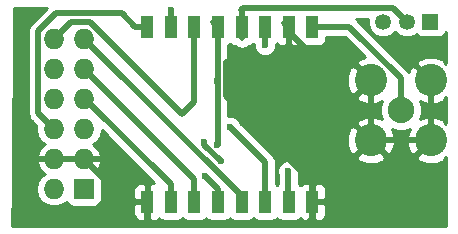
<source format=gtl>
%TF.GenerationSoftware,KiCad,Pcbnew,5.0.1+dfsg1-3~bpo9+1*%
%TF.CreationDate,2018-11-26T19:46:47+01:00*%
%TF.ProjectId,LoRa_PMOD,4C6F52615F504D4F442E6B696361645F,rev?*%
%TF.SameCoordinates,Original*%
%TF.FileFunction,Copper,L1,Top,Signal*%
%TF.FilePolarity,Positive*%
%FSLAX46Y46*%
G04 Gerber Fmt 4.6, Leading zero omitted, Abs format (unit mm)*
G04 Created by KiCad (PCBNEW 5.0.1+dfsg1-3~bpo9+1) date Mon 26 Nov 2018 07:46:47 PM CET*
%MOMM*%
%LPD*%
G01*
G04 APERTURE LIST*
%TA.AperFunction,SMDPad,CuDef*%
%ADD10R,1.050000X1.950000*%
%TD*%
%TA.AperFunction,ComponentPad*%
%ADD11C,2.740000*%
%TD*%
%TA.AperFunction,ComponentPad*%
%ADD12C,2.240000*%
%TD*%
%TA.AperFunction,ComponentPad*%
%ADD13R,1.727200X1.727200*%
%TD*%
%TA.AperFunction,ComponentPad*%
%ADD14O,1.727200X1.727200*%
%TD*%
%TA.AperFunction,ComponentPad*%
%ADD15R,1.350000X1.350000*%
%TD*%
%TA.AperFunction,ComponentPad*%
%ADD16C,1.350000*%
%TD*%
%TA.AperFunction,ViaPad*%
%ADD17C,0.600000*%
%TD*%
%TA.AperFunction,Conductor*%
%ADD18C,0.500000*%
%TD*%
%TA.AperFunction,Conductor*%
%ADD19C,0.250000*%
%TD*%
%TA.AperFunction,Conductor*%
%ADD20C,0.254000*%
%TD*%
G04 APERTURE END LIST*
D10*
%TO.P,U1,1*%
%TO.N,GND*%
X106020000Y-118240000D03*
%TO.P,U1,2*%
%TO.N,MISO*%
X108020000Y-118240000D03*
%TO.P,U1,3*%
%TO.N,MOSI*%
X110020000Y-118240000D03*
%TO.P,U1,4*%
%TO.N,SCK*%
X112020000Y-118240000D03*
%TO.P,U1,5*%
%TO.N,CS*%
X114020000Y-118240000D03*
%TO.P,U1,6*%
%TO.N,RESET*%
X116020000Y-118240000D03*
%TO.P,U1,7*%
%TO.N,DIO5*%
X118020000Y-118240000D03*
%TO.P,U1,8*%
%TO.N,GND*%
X120020000Y-118240000D03*
%TO.P,U1,9*%
%TO.N,ANT*%
X120020000Y-103440000D03*
%TO.P,U1,10*%
%TO.N,GND*%
X118020000Y-103440000D03*
%TO.P,U1,11*%
%TO.N,DIO3*%
X116020000Y-103440000D03*
%TO.P,U1,12*%
%TO.N,DIO4*%
X114020000Y-103440000D03*
%TO.P,U1,13*%
%TO.N,VCC*%
X112020000Y-103440000D03*
%TO.P,U1,14*%
%TO.N,DIO0*%
X110020000Y-103440000D03*
%TO.P,U1,15*%
%TO.N,DIO1*%
X108020000Y-103440000D03*
%TO.P,U1,16*%
%TO.N,DIO2*%
X106020000Y-103440000D03*
%TD*%
D11*
%TO.P,AE1,2*%
%TO.N,GND*%
X124960000Y-113040000D03*
X130040000Y-113040000D03*
X130040000Y-107960000D03*
X124960000Y-107960000D03*
D12*
%TO.P,AE1,1*%
%TO.N,ANT*%
X127500000Y-110500000D03*
%TD*%
D13*
%TO.P,P1,1*%
%TO.N,VCC*%
X100665000Y-117145000D03*
D14*
%TO.P,P1,2*%
X98125000Y-117145000D03*
%TO.P,P1,3*%
%TO.N,GND*%
X100665000Y-114605000D03*
%TO.P,P1,4*%
X98125000Y-114605000D03*
%TO.P,P1,5*%
%TO.N,SCK*%
X100665000Y-112065000D03*
%TO.P,P1,6*%
%TO.N,DIO2*%
X98125000Y-112065000D03*
%TO.P,P1,7*%
%TO.N,MISO*%
X100665000Y-109525000D03*
%TO.P,P1,8*%
%TO.N,DIO1*%
X98125000Y-109525000D03*
%TO.P,P1,9*%
%TO.N,MOSI*%
X100665000Y-106985000D03*
%TO.P,P1,10*%
%TO.N,RESET*%
X98125000Y-106985000D03*
%TO.P,P1,11*%
%TO.N,CS*%
X100665000Y-104445000D03*
%TO.P,P1,12*%
%TO.N,DIO0*%
X98125000Y-104445000D03*
%TD*%
D15*
%TO.P,P2,1*%
%TO.N,DIO5*%
X130000000Y-103000000D03*
D16*
%TO.P,P2,2*%
%TO.N,DIO4*%
X128000000Y-103000000D03*
%TO.P,P2,3*%
%TO.N,DIO3*%
X126000000Y-103000000D03*
%TD*%
D17*
%TO.N,VCC*%
X111975000Y-113450000D03*
X111970010Y-108000000D03*
%TO.N,GND*%
X115000000Y-108000000D03*
%TO.N,SCK*%
X110900000Y-116075000D03*
X112250000Y-114825000D03*
X110875000Y-113225000D03*
%TO.N,RESET*%
X113075000Y-111950000D03*
%TO.N,DIO1*%
X108000000Y-102000000D03*
%TO.N,DIO5*%
X117975000Y-115650000D03*
%TO.N,DIO3*%
X116000000Y-105000000D03*
%TD*%
D18*
%TO.N,VCC*%
X112020000Y-103440000D02*
X112020000Y-113405000D01*
X112020000Y-113405000D02*
X111975000Y-113450000D01*
X112020000Y-102990000D02*
X112020000Y-103440000D01*
X112020000Y-104216400D02*
X112020000Y-103440000D01*
X112000000Y-103460000D02*
X112020000Y-103440000D01*
X111580000Y-103000000D02*
X112020000Y-103440000D01*
X112020000Y-103980000D02*
X112020000Y-103440000D01*
%TO.N,GND*%
X106020000Y-118240000D02*
X106020000Y-119715000D01*
X106020000Y-119715000D02*
X106555000Y-120250000D01*
X106555000Y-120250000D02*
X119500000Y-120250000D01*
X119500000Y-120250000D02*
X120020000Y-119730000D01*
X120020000Y-119730000D02*
X120020000Y-118240000D01*
X120720001Y-106590001D02*
X120580000Y-106450000D01*
X120580000Y-106450000D02*
X118020000Y-103890000D01*
X112720010Y-106404990D02*
X112765020Y-106450000D01*
X112720010Y-109285008D02*
X112720010Y-106404990D01*
X120020000Y-118240000D02*
X120020000Y-116584998D01*
X120020000Y-116584998D02*
X112720010Y-109285008D01*
X124960000Y-107960000D02*
X123590001Y-106590001D01*
X123590001Y-106590001D02*
X120720001Y-106590001D01*
X118020000Y-103890000D02*
X118020000Y-103440000D01*
X120020000Y-118240000D02*
X120020000Y-118690000D01*
X106020000Y-118690000D02*
X106020000Y-118240000D01*
X100665000Y-114605000D02*
X98125000Y-114605000D01*
X106020000Y-118240000D02*
X104300000Y-118240000D01*
X104300000Y-118240000D02*
X100665000Y-114605000D01*
X120020000Y-118240000D02*
X120020000Y-117790000D01*
X124770000Y-113040000D02*
X124960000Y-113040000D01*
X124960000Y-107960000D02*
X124960000Y-113040000D01*
X106020000Y-118240000D02*
X106020000Y-117790000D01*
X130040000Y-113040000D02*
X130040000Y-111102528D01*
X130040000Y-111102528D02*
X130040000Y-107960000D01*
X124960000Y-113040000D02*
X130040000Y-113040000D01*
X117650000Y-103070000D02*
X118020000Y-103440000D01*
X116550000Y-106450000D02*
X117000000Y-106450000D01*
X115000000Y-108000000D02*
X116550000Y-106450000D01*
X112765020Y-106450000D02*
X117000000Y-106450000D01*
X117000000Y-106450000D02*
X120580000Y-106450000D01*
%TO.N,CS*%
X114020000Y-118240000D02*
X114020000Y-117790000D01*
X114020000Y-117790000D02*
X100675000Y-104445000D01*
X100675000Y-104445000D02*
X100665000Y-104445000D01*
X114020000Y-118240000D02*
X114020000Y-117700000D01*
%TO.N,MOSI*%
X110020000Y-118240000D02*
X110020000Y-116340000D01*
X110020000Y-116340000D02*
X100665000Y-106985000D01*
X110000000Y-118220000D02*
X110020000Y-118240000D01*
X110020000Y-118240000D02*
X110020000Y-117790000D01*
D19*
X110020000Y-118240000D02*
X110020000Y-118690000D01*
D18*
%TO.N,MISO*%
X108020000Y-118240000D02*
X108020000Y-116765000D01*
X108020000Y-116765000D02*
X100780000Y-109525000D01*
X100780000Y-109525000D02*
X100665000Y-109525000D01*
X108020000Y-118240000D02*
X108020000Y-118550002D01*
X108020000Y-118240000D02*
X108020000Y-117790000D01*
X108020000Y-118240000D02*
X108020000Y-118690000D01*
%TO.N,SCK*%
X110900000Y-116075000D02*
X112020000Y-117195000D01*
X112020000Y-117195000D02*
X112020000Y-118240000D01*
X110875000Y-113225000D02*
X110875000Y-113450000D01*
X110875000Y-113450000D02*
X112250000Y-114825000D01*
X112020000Y-118240000D02*
X112020000Y-117790000D01*
%TO.N,DIO0*%
X98100000Y-104420000D02*
X98125000Y-104445000D01*
X110020000Y-103440000D02*
X110020000Y-102990000D01*
D19*
X110020000Y-103440000D02*
X110020000Y-103890000D01*
X110020000Y-103890000D02*
X110000000Y-103910000D01*
D18*
X101164130Y-103000000D02*
X109000000Y-110835870D01*
X98125000Y-104445000D02*
X99570000Y-103000000D01*
X99570000Y-103000000D02*
X101164130Y-103000000D01*
X110020000Y-109815870D02*
X110020000Y-103440000D01*
X109000000Y-110835870D02*
X110020000Y-109815870D01*
%TO.N,RESET*%
X116020000Y-118240000D02*
X116020000Y-114895000D01*
X116020000Y-114895000D02*
X113075000Y-111950000D01*
D19*
X116020000Y-117790000D02*
X116020000Y-118240000D01*
D18*
%TO.N,DIO1*%
X107867831Y-103592169D02*
X108020000Y-103440000D01*
X108020000Y-103440000D02*
X108020000Y-102990000D01*
D19*
X108020000Y-103440000D02*
X108020000Y-103890000D01*
X108020000Y-103890000D02*
X108000000Y-103910000D01*
D18*
X108000000Y-103420000D02*
X108020000Y-103440000D01*
X108000000Y-102000000D02*
X108000000Y-103420000D01*
D19*
%TO.N,DIO2*%
X106020000Y-103440000D02*
X106020000Y-103890000D01*
D18*
X97261401Y-111201401D02*
X98125000Y-112065000D01*
X96811399Y-110751399D02*
X97261401Y-111201401D01*
X96811399Y-103814471D02*
X96811399Y-110751399D01*
X98325880Y-102299990D02*
X96811399Y-103814471D01*
X103854990Y-102299990D02*
X98325880Y-102299990D01*
X104995000Y-103440000D02*
X103854990Y-102299990D01*
X106020000Y-103440000D02*
X104995000Y-103440000D01*
%TO.N,ANT*%
X120020000Y-103440000D02*
X123133602Y-103440000D01*
X123133602Y-103440000D02*
X127500000Y-107806398D01*
X127500000Y-107806398D02*
X127500000Y-108916081D01*
X127500000Y-108916081D02*
X127500000Y-110500000D01*
X120190000Y-103270000D02*
X120020000Y-103440000D01*
%TO.N,DIO5*%
X117975000Y-115650000D02*
X117975000Y-118195000D01*
X117975000Y-118195000D02*
X118020000Y-118240000D01*
X118000000Y-118220000D02*
X118020000Y-118240000D01*
X118020000Y-117790000D02*
X118020000Y-118240000D01*
%TO.N,DIO4*%
X114020000Y-104376000D02*
X114020000Y-103440000D01*
X114125001Y-101874999D02*
X114000000Y-102000000D01*
X128000000Y-103000000D02*
X126874999Y-101874999D01*
X126874999Y-101874999D02*
X114125001Y-101874999D01*
X114020000Y-101965000D02*
X114020000Y-103440000D01*
X114110001Y-101874999D02*
X114020000Y-101965000D01*
X114125001Y-101874999D02*
X114110001Y-101874999D01*
%TO.N,DIO3*%
X116020000Y-103890000D02*
X116020000Y-103440000D01*
X116000000Y-103460000D02*
X116020000Y-103440000D01*
X116000000Y-105000000D02*
X116000000Y-103460000D01*
%TD*%
D20*
%TO.N,GND*%
G36*
X96247246Y-103127046D02*
X96173350Y-103176422D01*
X95977747Y-103469162D01*
X95926399Y-103727307D01*
X95926399Y-103727310D01*
X95909062Y-103814471D01*
X95926399Y-103901632D01*
X95926400Y-110664234D01*
X95909062Y-110751399D01*
X95977747Y-111096708D01*
X96123975Y-111315553D01*
X96123977Y-111315555D01*
X96173351Y-111389448D01*
X96247244Y-111438822D01*
X96642896Y-111834474D01*
X96597041Y-112065000D01*
X96713350Y-112649725D01*
X97044570Y-113145430D01*
X97346021Y-113346854D01*
X97236510Y-113398179D01*
X96842312Y-113830053D01*
X96670042Y-114245974D01*
X96791183Y-114478000D01*
X97998000Y-114478000D01*
X97998000Y-114458000D01*
X98252000Y-114458000D01*
X98252000Y-114478000D01*
X100538000Y-114478000D01*
X100538000Y-114458000D01*
X100792000Y-114458000D01*
X100792000Y-114478000D01*
X101998817Y-114478000D01*
X102119958Y-114245974D01*
X101947688Y-113830053D01*
X101553490Y-113398179D01*
X101443979Y-113346854D01*
X101745430Y-113145430D01*
X102076650Y-112649725D01*
X102172297Y-112168875D01*
X106633421Y-116630000D01*
X106305750Y-116630000D01*
X106147000Y-116788750D01*
X106147000Y-118113000D01*
X106167000Y-118113000D01*
X106167000Y-118367000D01*
X106147000Y-118367000D01*
X106147000Y-119691250D01*
X106305750Y-119850000D01*
X106671310Y-119850000D01*
X106904699Y-119753327D01*
X107016373Y-119641653D01*
X107037191Y-119672809D01*
X107247235Y-119813157D01*
X107495000Y-119862440D01*
X108545000Y-119862440D01*
X108792765Y-119813157D01*
X109002809Y-119672809D01*
X109020000Y-119647081D01*
X109037191Y-119672809D01*
X109247235Y-119813157D01*
X109495000Y-119862440D01*
X110545000Y-119862440D01*
X110792765Y-119813157D01*
X111002809Y-119672809D01*
X111020000Y-119647081D01*
X111037191Y-119672809D01*
X111247235Y-119813157D01*
X111495000Y-119862440D01*
X112545000Y-119862440D01*
X112792765Y-119813157D01*
X113002809Y-119672809D01*
X113020000Y-119647081D01*
X113037191Y-119672809D01*
X113247235Y-119813157D01*
X113495000Y-119862440D01*
X114545000Y-119862440D01*
X114792765Y-119813157D01*
X115002809Y-119672809D01*
X115020000Y-119647081D01*
X115037191Y-119672809D01*
X115247235Y-119813157D01*
X115495000Y-119862440D01*
X116545000Y-119862440D01*
X116792765Y-119813157D01*
X117002809Y-119672809D01*
X117020000Y-119647081D01*
X117037191Y-119672809D01*
X117247235Y-119813157D01*
X117495000Y-119862440D01*
X118545000Y-119862440D01*
X118792765Y-119813157D01*
X119002809Y-119672809D01*
X119023627Y-119641653D01*
X119135301Y-119753327D01*
X119368690Y-119850000D01*
X119734250Y-119850000D01*
X119893000Y-119691250D01*
X119893000Y-118367000D01*
X120147000Y-118367000D01*
X120147000Y-119691250D01*
X120305750Y-119850000D01*
X120671310Y-119850000D01*
X120904699Y-119753327D01*
X121083327Y-119574698D01*
X121180000Y-119341309D01*
X121180000Y-118525750D01*
X121021250Y-118367000D01*
X120147000Y-118367000D01*
X119893000Y-118367000D01*
X119873000Y-118367000D01*
X119873000Y-118113000D01*
X119893000Y-118113000D01*
X119893000Y-116788750D01*
X120147000Y-116788750D01*
X120147000Y-118113000D01*
X121021250Y-118113000D01*
X121180000Y-117954250D01*
X121180000Y-117138691D01*
X121083327Y-116905302D01*
X120904699Y-116726673D01*
X120671310Y-116630000D01*
X120305750Y-116630000D01*
X120147000Y-116788750D01*
X119893000Y-116788750D01*
X119734250Y-116630000D01*
X119368690Y-116630000D01*
X119135301Y-116726673D01*
X119023627Y-116838347D01*
X119002809Y-116807191D01*
X118860000Y-116711768D01*
X118860000Y-115956694D01*
X118910000Y-115835983D01*
X118910000Y-115464017D01*
X118767655Y-115120365D01*
X118504635Y-114857345D01*
X118160983Y-114715000D01*
X117789017Y-114715000D01*
X117445365Y-114857345D01*
X117182345Y-115120365D01*
X117040000Y-115464017D01*
X117040000Y-115835983D01*
X117090000Y-115956694D01*
X117090000Y-116771905D01*
X117037191Y-116807191D01*
X117020000Y-116832919D01*
X117002809Y-116807191D01*
X116905000Y-116741837D01*
X116905000Y-114982161D01*
X116922337Y-114895000D01*
X116905000Y-114807839D01*
X116905000Y-114807835D01*
X116853652Y-114549690D01*
X116805750Y-114478000D01*
X116793754Y-114460046D01*
X123719559Y-114460046D01*
X123863469Y-114765312D01*
X124607186Y-115053605D01*
X125404615Y-115035344D01*
X126056531Y-114765312D01*
X126200441Y-114460046D01*
X124960000Y-113219605D01*
X123719559Y-114460046D01*
X116793754Y-114460046D01*
X116707424Y-114330845D01*
X116707423Y-114330844D01*
X116658049Y-114256951D01*
X116584156Y-114207577D01*
X115063765Y-112687186D01*
X122946395Y-112687186D01*
X122964656Y-113484615D01*
X123234688Y-114136531D01*
X123539954Y-114280441D01*
X124780395Y-113040000D01*
X123539954Y-111799559D01*
X123234688Y-111943469D01*
X122946395Y-112687186D01*
X115063765Y-112687186D01*
X113917656Y-111541078D01*
X113867655Y-111420365D01*
X113604635Y-111157345D01*
X113260983Y-111015000D01*
X112905000Y-111015000D01*
X112905000Y-108186007D01*
X112905010Y-108185983D01*
X112905010Y-107814017D01*
X112905000Y-107813993D01*
X112905000Y-107607186D01*
X122946395Y-107607186D01*
X122964656Y-108404615D01*
X123234688Y-109056531D01*
X123539954Y-109200441D01*
X124780395Y-107960000D01*
X123539954Y-106719559D01*
X123234688Y-106863469D01*
X122946395Y-107607186D01*
X112905000Y-107607186D01*
X112905000Y-104938163D01*
X113002809Y-104872809D01*
X113020000Y-104847081D01*
X113037191Y-104872809D01*
X113247235Y-105013157D01*
X113437152Y-105050933D01*
X113674690Y-105209652D01*
X114020000Y-105278338D01*
X114365309Y-105209652D01*
X114602847Y-105050934D01*
X114792765Y-105013157D01*
X115002809Y-104872809D01*
X115020000Y-104847081D01*
X115037191Y-104872809D01*
X115065000Y-104891391D01*
X115065000Y-105185983D01*
X115207345Y-105529635D01*
X115470365Y-105792655D01*
X115814017Y-105935000D01*
X116185983Y-105935000D01*
X116529635Y-105792655D01*
X116792655Y-105529635D01*
X116935000Y-105185983D01*
X116935000Y-104918118D01*
X117002809Y-104872809D01*
X117023627Y-104841653D01*
X117135301Y-104953327D01*
X117368690Y-105050000D01*
X117734250Y-105050000D01*
X117893000Y-104891250D01*
X117893000Y-103567000D01*
X117873000Y-103567000D01*
X117873000Y-103313000D01*
X117893000Y-103313000D01*
X117893000Y-103293000D01*
X118147000Y-103293000D01*
X118147000Y-103313000D01*
X118167000Y-103313000D01*
X118167000Y-103567000D01*
X118147000Y-103567000D01*
X118147000Y-104891250D01*
X118305750Y-105050000D01*
X118671310Y-105050000D01*
X118904699Y-104953327D01*
X119016373Y-104841653D01*
X119037191Y-104872809D01*
X119247235Y-105013157D01*
X119495000Y-105062440D01*
X120545000Y-105062440D01*
X120792765Y-105013157D01*
X121002809Y-104872809D01*
X121143157Y-104662765D01*
X121192440Y-104415000D01*
X121192440Y-104325000D01*
X122767024Y-104325000D01*
X124438519Y-105996495D01*
X123863469Y-106234688D01*
X123719559Y-106539954D01*
X124960000Y-107780395D01*
X124974143Y-107766253D01*
X125153748Y-107945858D01*
X125139605Y-107960000D01*
X125153748Y-107974143D01*
X124974143Y-108153748D01*
X124960000Y-108139605D01*
X123719559Y-109380046D01*
X123863469Y-109685312D01*
X124607186Y-109973605D01*
X125404615Y-109955344D01*
X125913279Y-109744649D01*
X125745000Y-110150909D01*
X125745000Y-110849091D01*
X125915157Y-111259886D01*
X125312814Y-111026395D01*
X124515385Y-111044656D01*
X123863469Y-111314688D01*
X123719559Y-111619954D01*
X124960000Y-112860395D01*
X124974143Y-112846253D01*
X125153748Y-113025858D01*
X125139605Y-113040000D01*
X126380046Y-114280441D01*
X126685312Y-114136531D01*
X126973605Y-113392814D01*
X126955344Y-112595385D01*
X126744649Y-112086721D01*
X127150909Y-112255000D01*
X127849091Y-112255000D01*
X128259886Y-112084843D01*
X128026395Y-112687186D01*
X128044656Y-113484615D01*
X128314688Y-114136531D01*
X128619954Y-114280441D01*
X129860395Y-113040000D01*
X129846253Y-113025858D01*
X130025858Y-112846253D01*
X130040000Y-112860395D01*
X130054143Y-112846253D01*
X130233748Y-113025858D01*
X130219605Y-113040000D01*
X130233748Y-113054143D01*
X130054143Y-113233748D01*
X130040000Y-113219605D01*
X128799559Y-114460046D01*
X128943469Y-114765312D01*
X129687186Y-115053605D01*
X130484615Y-115035344D01*
X131136531Y-114765312D01*
X131280440Y-114460048D01*
X131290001Y-114469609D01*
X131290001Y-120290000D01*
X94613558Y-120290000D01*
X94629283Y-117145000D01*
X96597041Y-117145000D01*
X96713350Y-117729725D01*
X97044570Y-118225430D01*
X97540275Y-118556650D01*
X97977402Y-118643600D01*
X98272598Y-118643600D01*
X98709725Y-118556650D01*
X99198068Y-118230349D01*
X99203243Y-118256365D01*
X99343591Y-118466409D01*
X99553635Y-118606757D01*
X99801400Y-118656040D01*
X101528600Y-118656040D01*
X101776365Y-118606757D01*
X101897599Y-118525750D01*
X104860000Y-118525750D01*
X104860000Y-119341309D01*
X104956673Y-119574698D01*
X105135301Y-119753327D01*
X105368690Y-119850000D01*
X105734250Y-119850000D01*
X105893000Y-119691250D01*
X105893000Y-118367000D01*
X105018750Y-118367000D01*
X104860000Y-118525750D01*
X101897599Y-118525750D01*
X101986409Y-118466409D01*
X102126757Y-118256365D01*
X102176040Y-118008600D01*
X102176040Y-117138691D01*
X104860000Y-117138691D01*
X104860000Y-117954250D01*
X105018750Y-118113000D01*
X105893000Y-118113000D01*
X105893000Y-116788750D01*
X105734250Y-116630000D01*
X105368690Y-116630000D01*
X105135301Y-116726673D01*
X104956673Y-116905302D01*
X104860000Y-117138691D01*
X102176040Y-117138691D01*
X102176040Y-116281400D01*
X102126757Y-116033635D01*
X101986409Y-115823591D01*
X101776365Y-115683243D01*
X101687064Y-115665480D01*
X101947688Y-115379947D01*
X102119958Y-114964026D01*
X101998817Y-114732000D01*
X100792000Y-114732000D01*
X100792000Y-114752000D01*
X100538000Y-114752000D01*
X100538000Y-114732000D01*
X98252000Y-114732000D01*
X98252000Y-114752000D01*
X97998000Y-114752000D01*
X97998000Y-114732000D01*
X96791183Y-114732000D01*
X96670042Y-114964026D01*
X96842312Y-115379947D01*
X97236510Y-115811821D01*
X97346021Y-115863146D01*
X97044570Y-116064570D01*
X96713350Y-116560275D01*
X96597041Y-117145000D01*
X94629283Y-117145000D01*
X94705969Y-101807887D01*
X97573932Y-101800360D01*
X96247246Y-103127046D01*
X96247246Y-103127046D01*
G37*
X96247246Y-103127046D02*
X96173350Y-103176422D01*
X95977747Y-103469162D01*
X95926399Y-103727307D01*
X95926399Y-103727310D01*
X95909062Y-103814471D01*
X95926399Y-103901632D01*
X95926400Y-110664234D01*
X95909062Y-110751399D01*
X95977747Y-111096708D01*
X96123975Y-111315553D01*
X96123977Y-111315555D01*
X96173351Y-111389448D01*
X96247244Y-111438822D01*
X96642896Y-111834474D01*
X96597041Y-112065000D01*
X96713350Y-112649725D01*
X97044570Y-113145430D01*
X97346021Y-113346854D01*
X97236510Y-113398179D01*
X96842312Y-113830053D01*
X96670042Y-114245974D01*
X96791183Y-114478000D01*
X97998000Y-114478000D01*
X97998000Y-114458000D01*
X98252000Y-114458000D01*
X98252000Y-114478000D01*
X100538000Y-114478000D01*
X100538000Y-114458000D01*
X100792000Y-114458000D01*
X100792000Y-114478000D01*
X101998817Y-114478000D01*
X102119958Y-114245974D01*
X101947688Y-113830053D01*
X101553490Y-113398179D01*
X101443979Y-113346854D01*
X101745430Y-113145430D01*
X102076650Y-112649725D01*
X102172297Y-112168875D01*
X106633421Y-116630000D01*
X106305750Y-116630000D01*
X106147000Y-116788750D01*
X106147000Y-118113000D01*
X106167000Y-118113000D01*
X106167000Y-118367000D01*
X106147000Y-118367000D01*
X106147000Y-119691250D01*
X106305750Y-119850000D01*
X106671310Y-119850000D01*
X106904699Y-119753327D01*
X107016373Y-119641653D01*
X107037191Y-119672809D01*
X107247235Y-119813157D01*
X107495000Y-119862440D01*
X108545000Y-119862440D01*
X108792765Y-119813157D01*
X109002809Y-119672809D01*
X109020000Y-119647081D01*
X109037191Y-119672809D01*
X109247235Y-119813157D01*
X109495000Y-119862440D01*
X110545000Y-119862440D01*
X110792765Y-119813157D01*
X111002809Y-119672809D01*
X111020000Y-119647081D01*
X111037191Y-119672809D01*
X111247235Y-119813157D01*
X111495000Y-119862440D01*
X112545000Y-119862440D01*
X112792765Y-119813157D01*
X113002809Y-119672809D01*
X113020000Y-119647081D01*
X113037191Y-119672809D01*
X113247235Y-119813157D01*
X113495000Y-119862440D01*
X114545000Y-119862440D01*
X114792765Y-119813157D01*
X115002809Y-119672809D01*
X115020000Y-119647081D01*
X115037191Y-119672809D01*
X115247235Y-119813157D01*
X115495000Y-119862440D01*
X116545000Y-119862440D01*
X116792765Y-119813157D01*
X117002809Y-119672809D01*
X117020000Y-119647081D01*
X117037191Y-119672809D01*
X117247235Y-119813157D01*
X117495000Y-119862440D01*
X118545000Y-119862440D01*
X118792765Y-119813157D01*
X119002809Y-119672809D01*
X119023627Y-119641653D01*
X119135301Y-119753327D01*
X119368690Y-119850000D01*
X119734250Y-119850000D01*
X119893000Y-119691250D01*
X119893000Y-118367000D01*
X120147000Y-118367000D01*
X120147000Y-119691250D01*
X120305750Y-119850000D01*
X120671310Y-119850000D01*
X120904699Y-119753327D01*
X121083327Y-119574698D01*
X121180000Y-119341309D01*
X121180000Y-118525750D01*
X121021250Y-118367000D01*
X120147000Y-118367000D01*
X119893000Y-118367000D01*
X119873000Y-118367000D01*
X119873000Y-118113000D01*
X119893000Y-118113000D01*
X119893000Y-116788750D01*
X120147000Y-116788750D01*
X120147000Y-118113000D01*
X121021250Y-118113000D01*
X121180000Y-117954250D01*
X121180000Y-117138691D01*
X121083327Y-116905302D01*
X120904699Y-116726673D01*
X120671310Y-116630000D01*
X120305750Y-116630000D01*
X120147000Y-116788750D01*
X119893000Y-116788750D01*
X119734250Y-116630000D01*
X119368690Y-116630000D01*
X119135301Y-116726673D01*
X119023627Y-116838347D01*
X119002809Y-116807191D01*
X118860000Y-116711768D01*
X118860000Y-115956694D01*
X118910000Y-115835983D01*
X118910000Y-115464017D01*
X118767655Y-115120365D01*
X118504635Y-114857345D01*
X118160983Y-114715000D01*
X117789017Y-114715000D01*
X117445365Y-114857345D01*
X117182345Y-115120365D01*
X117040000Y-115464017D01*
X117040000Y-115835983D01*
X117090000Y-115956694D01*
X117090000Y-116771905D01*
X117037191Y-116807191D01*
X117020000Y-116832919D01*
X117002809Y-116807191D01*
X116905000Y-116741837D01*
X116905000Y-114982161D01*
X116922337Y-114895000D01*
X116905000Y-114807839D01*
X116905000Y-114807835D01*
X116853652Y-114549690D01*
X116805750Y-114478000D01*
X116793754Y-114460046D01*
X123719559Y-114460046D01*
X123863469Y-114765312D01*
X124607186Y-115053605D01*
X125404615Y-115035344D01*
X126056531Y-114765312D01*
X126200441Y-114460046D01*
X124960000Y-113219605D01*
X123719559Y-114460046D01*
X116793754Y-114460046D01*
X116707424Y-114330845D01*
X116707423Y-114330844D01*
X116658049Y-114256951D01*
X116584156Y-114207577D01*
X115063765Y-112687186D01*
X122946395Y-112687186D01*
X122964656Y-113484615D01*
X123234688Y-114136531D01*
X123539954Y-114280441D01*
X124780395Y-113040000D01*
X123539954Y-111799559D01*
X123234688Y-111943469D01*
X122946395Y-112687186D01*
X115063765Y-112687186D01*
X113917656Y-111541078D01*
X113867655Y-111420365D01*
X113604635Y-111157345D01*
X113260983Y-111015000D01*
X112905000Y-111015000D01*
X112905000Y-108186007D01*
X112905010Y-108185983D01*
X112905010Y-107814017D01*
X112905000Y-107813993D01*
X112905000Y-107607186D01*
X122946395Y-107607186D01*
X122964656Y-108404615D01*
X123234688Y-109056531D01*
X123539954Y-109200441D01*
X124780395Y-107960000D01*
X123539954Y-106719559D01*
X123234688Y-106863469D01*
X122946395Y-107607186D01*
X112905000Y-107607186D01*
X112905000Y-104938163D01*
X113002809Y-104872809D01*
X113020000Y-104847081D01*
X113037191Y-104872809D01*
X113247235Y-105013157D01*
X113437152Y-105050933D01*
X113674690Y-105209652D01*
X114020000Y-105278338D01*
X114365309Y-105209652D01*
X114602847Y-105050934D01*
X114792765Y-105013157D01*
X115002809Y-104872809D01*
X115020000Y-104847081D01*
X115037191Y-104872809D01*
X115065000Y-104891391D01*
X115065000Y-105185983D01*
X115207345Y-105529635D01*
X115470365Y-105792655D01*
X115814017Y-105935000D01*
X116185983Y-105935000D01*
X116529635Y-105792655D01*
X116792655Y-105529635D01*
X116935000Y-105185983D01*
X116935000Y-104918118D01*
X117002809Y-104872809D01*
X117023627Y-104841653D01*
X117135301Y-104953327D01*
X117368690Y-105050000D01*
X117734250Y-105050000D01*
X117893000Y-104891250D01*
X117893000Y-103567000D01*
X117873000Y-103567000D01*
X117873000Y-103313000D01*
X117893000Y-103313000D01*
X117893000Y-103293000D01*
X118147000Y-103293000D01*
X118147000Y-103313000D01*
X118167000Y-103313000D01*
X118167000Y-103567000D01*
X118147000Y-103567000D01*
X118147000Y-104891250D01*
X118305750Y-105050000D01*
X118671310Y-105050000D01*
X118904699Y-104953327D01*
X119016373Y-104841653D01*
X119037191Y-104872809D01*
X119247235Y-105013157D01*
X119495000Y-105062440D01*
X120545000Y-105062440D01*
X120792765Y-105013157D01*
X121002809Y-104872809D01*
X121143157Y-104662765D01*
X121192440Y-104415000D01*
X121192440Y-104325000D01*
X122767024Y-104325000D01*
X124438519Y-105996495D01*
X123863469Y-106234688D01*
X123719559Y-106539954D01*
X124960000Y-107780395D01*
X124974143Y-107766253D01*
X125153748Y-107945858D01*
X125139605Y-107960000D01*
X125153748Y-107974143D01*
X124974143Y-108153748D01*
X124960000Y-108139605D01*
X123719559Y-109380046D01*
X123863469Y-109685312D01*
X124607186Y-109973605D01*
X125404615Y-109955344D01*
X125913279Y-109744649D01*
X125745000Y-110150909D01*
X125745000Y-110849091D01*
X125915157Y-111259886D01*
X125312814Y-111026395D01*
X124515385Y-111044656D01*
X123863469Y-111314688D01*
X123719559Y-111619954D01*
X124960000Y-112860395D01*
X124974143Y-112846253D01*
X125153748Y-113025858D01*
X125139605Y-113040000D01*
X126380046Y-114280441D01*
X126685312Y-114136531D01*
X126973605Y-113392814D01*
X126955344Y-112595385D01*
X126744649Y-112086721D01*
X127150909Y-112255000D01*
X127849091Y-112255000D01*
X128259886Y-112084843D01*
X128026395Y-112687186D01*
X128044656Y-113484615D01*
X128314688Y-114136531D01*
X128619954Y-114280441D01*
X129860395Y-113040000D01*
X129846253Y-113025858D01*
X130025858Y-112846253D01*
X130040000Y-112860395D01*
X130054143Y-112846253D01*
X130233748Y-113025858D01*
X130219605Y-113040000D01*
X130233748Y-113054143D01*
X130054143Y-113233748D01*
X130040000Y-113219605D01*
X128799559Y-114460046D01*
X128943469Y-114765312D01*
X129687186Y-115053605D01*
X130484615Y-115035344D01*
X131136531Y-114765312D01*
X131280440Y-114460048D01*
X131290001Y-114469609D01*
X131290001Y-120290000D01*
X94613558Y-120290000D01*
X94629283Y-117145000D01*
X96597041Y-117145000D01*
X96713350Y-117729725D01*
X97044570Y-118225430D01*
X97540275Y-118556650D01*
X97977402Y-118643600D01*
X98272598Y-118643600D01*
X98709725Y-118556650D01*
X99198068Y-118230349D01*
X99203243Y-118256365D01*
X99343591Y-118466409D01*
X99553635Y-118606757D01*
X99801400Y-118656040D01*
X101528600Y-118656040D01*
X101776365Y-118606757D01*
X101897599Y-118525750D01*
X104860000Y-118525750D01*
X104860000Y-119341309D01*
X104956673Y-119574698D01*
X105135301Y-119753327D01*
X105368690Y-119850000D01*
X105734250Y-119850000D01*
X105893000Y-119691250D01*
X105893000Y-118367000D01*
X105018750Y-118367000D01*
X104860000Y-118525750D01*
X101897599Y-118525750D01*
X101986409Y-118466409D01*
X102126757Y-118256365D01*
X102176040Y-118008600D01*
X102176040Y-117138691D01*
X104860000Y-117138691D01*
X104860000Y-117954250D01*
X105018750Y-118113000D01*
X105893000Y-118113000D01*
X105893000Y-116788750D01*
X105734250Y-116630000D01*
X105368690Y-116630000D01*
X105135301Y-116726673D01*
X104956673Y-116905302D01*
X104860000Y-117138691D01*
X102176040Y-117138691D01*
X102176040Y-116281400D01*
X102126757Y-116033635D01*
X101986409Y-115823591D01*
X101776365Y-115683243D01*
X101687064Y-115665480D01*
X101947688Y-115379947D01*
X102119958Y-114964026D01*
X101998817Y-114732000D01*
X100792000Y-114732000D01*
X100792000Y-114752000D01*
X100538000Y-114752000D01*
X100538000Y-114732000D01*
X98252000Y-114732000D01*
X98252000Y-114752000D01*
X97998000Y-114752000D01*
X97998000Y-114732000D01*
X96791183Y-114732000D01*
X96670042Y-114964026D01*
X96842312Y-115379947D01*
X97236510Y-115811821D01*
X97346021Y-115863146D01*
X97044570Y-116064570D01*
X96713350Y-116560275D01*
X96597041Y-117145000D01*
X94629283Y-117145000D01*
X94705969Y-101807887D01*
X97573932Y-101800360D01*
X96247246Y-103127046D01*
G36*
X131290000Y-109389608D02*
X131290001Y-111610391D01*
X131280440Y-111619952D01*
X131136531Y-111314688D01*
X130392814Y-111026395D01*
X129595385Y-111044656D01*
X129086721Y-111255351D01*
X129255000Y-110849091D01*
X129255000Y-110150909D01*
X129084843Y-109740114D01*
X129687186Y-109973605D01*
X130484615Y-109955344D01*
X131136531Y-109685312D01*
X131280440Y-109380048D01*
X131290000Y-109389608D01*
X131290000Y-109389608D01*
G37*
X131290000Y-109389608D02*
X131290001Y-111610391D01*
X131280440Y-111619952D01*
X131136531Y-111314688D01*
X130392814Y-111026395D01*
X129595385Y-111044656D01*
X129086721Y-111255351D01*
X129255000Y-110849091D01*
X129255000Y-110150909D01*
X129084843Y-109740114D01*
X129687186Y-109973605D01*
X130484615Y-109955344D01*
X131136531Y-109685312D01*
X131280440Y-109380048D01*
X131290000Y-109389608D01*
G36*
X124690000Y-103260575D02*
X124889436Y-103742055D01*
X125257945Y-104110564D01*
X125739425Y-104310000D01*
X126260575Y-104310000D01*
X126742055Y-104110564D01*
X127000000Y-103852619D01*
X127257945Y-104110564D01*
X127739425Y-104310000D01*
X128260575Y-104310000D01*
X128742055Y-104110564D01*
X128808158Y-104044461D01*
X128867191Y-104132809D01*
X129077235Y-104273157D01*
X129325000Y-104322440D01*
X130675000Y-104322440D01*
X130922765Y-104273157D01*
X131132809Y-104132809D01*
X131273157Y-103922765D01*
X131290000Y-103838088D01*
X131290000Y-106530392D01*
X131280440Y-106539952D01*
X131136531Y-106234688D01*
X130392814Y-105946395D01*
X129595385Y-105964656D01*
X128943469Y-106234688D01*
X128799559Y-106539954D01*
X130040000Y-107780395D01*
X130054143Y-107766253D01*
X130233748Y-107945858D01*
X130219605Y-107960000D01*
X130233748Y-107974143D01*
X130054143Y-108153748D01*
X130040000Y-108139605D01*
X130025858Y-108153748D01*
X129846253Y-107974143D01*
X129860395Y-107960000D01*
X128619954Y-106719559D01*
X128314688Y-106863469D01*
X128175043Y-107223714D01*
X128138049Y-107168349D01*
X128064156Y-107118975D01*
X123821026Y-102875846D01*
X123771651Y-102801951D01*
X123708866Y-102759999D01*
X124690000Y-102759999D01*
X124690000Y-103260575D01*
X124690000Y-103260575D01*
G37*
X124690000Y-103260575D02*
X124889436Y-103742055D01*
X125257945Y-104110564D01*
X125739425Y-104310000D01*
X126260575Y-104310000D01*
X126742055Y-104110564D01*
X127000000Y-103852619D01*
X127257945Y-104110564D01*
X127739425Y-104310000D01*
X128260575Y-104310000D01*
X128742055Y-104110564D01*
X128808158Y-104044461D01*
X128867191Y-104132809D01*
X129077235Y-104273157D01*
X129325000Y-104322440D01*
X130675000Y-104322440D01*
X130922765Y-104273157D01*
X131132809Y-104132809D01*
X131273157Y-103922765D01*
X131290000Y-103838088D01*
X131290000Y-106530392D01*
X131280440Y-106539952D01*
X131136531Y-106234688D01*
X130392814Y-105946395D01*
X129595385Y-105964656D01*
X128943469Y-106234688D01*
X128799559Y-106539954D01*
X130040000Y-107780395D01*
X130054143Y-107766253D01*
X130233748Y-107945858D01*
X130219605Y-107960000D01*
X130233748Y-107974143D01*
X130054143Y-108153748D01*
X130040000Y-108139605D01*
X130025858Y-108153748D01*
X129846253Y-107974143D01*
X129860395Y-107960000D01*
X128619954Y-106719559D01*
X128314688Y-106863469D01*
X128175043Y-107223714D01*
X128138049Y-107168349D01*
X128064156Y-107118975D01*
X123821026Y-102875846D01*
X123771651Y-102801951D01*
X123708866Y-102759999D01*
X124690000Y-102759999D01*
X124690000Y-103260575D01*
%TD*%
M02*

</source>
